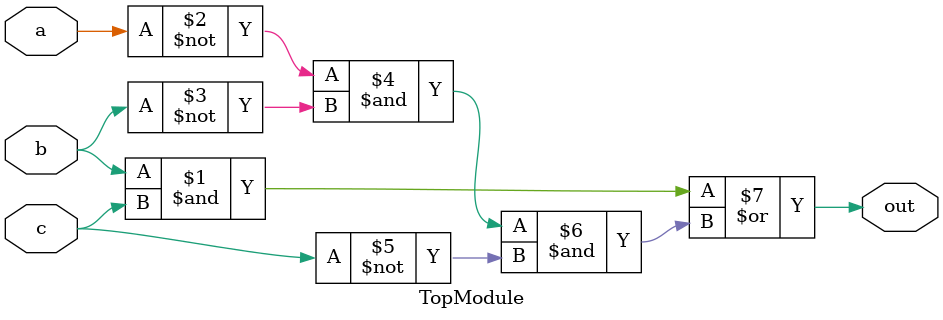
<source format=sv>
module TopModule (
    input logic a,
    input logic b,
    input logic c,
    output logic out
);
    assign out = (b & c) | (~a & ~b & ~c);
endmodule
</source>
